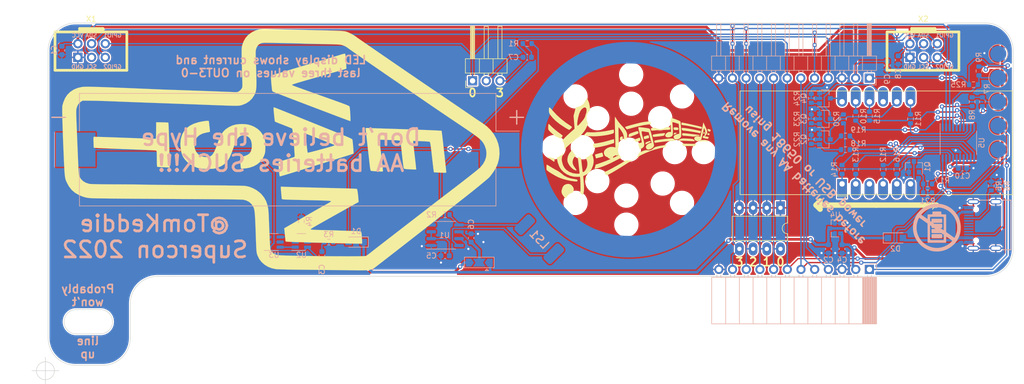
<source format=kicad_pcb>
(kicad_pcb (version 20211014) (generator pcbnew)
  (layers (0 "F.Cu" signal) (31 "B.Cu" signal) (34 "B.Paste" user) (35 "F.Paste" user) (36 "B.SilkS" user "B.Silkscreen") (37 "F.SilkS" user "F.Silkscreen") (38 "B.Mask" user) (39 "F.Mask" user) (44 "Edge.Cuts" user))
  (net 0 "")
  (net 1 "Net-(BT1-Pad2)")
  (net 2 "Net-(BT1-Pad1)")
  (net 3 "GND")
  (net 4 "VCC")
  (net 5 "+3V0")
  (net 6 "/~{RESET}")
  (net 7 "/OUT0")
  (net 8 "/OUT1")
  (net 9 "/IN0")
  (net 10 "/IN1")
  (net 11 "/IN2")
  (net 12 "/IN3")
  (net 13 "Net-(C3-Pad1)")
  (net 14 "Net-(C5-Pad1)")
  (net 15 "Net-(D2-Pad2)")
  (net 16 "Net-(U2-Pad1)")
  (net 17 "Net-(U2-Pad3)")
  (net 19 "Net-(J5-PadA5)")
  (net 20 "Net-(C7-Pad1)")
  (net 23 "Net-(J5-PadB5)")
  (net 25 "Net-(LS1-Pad1)")
  (net 26 "Net-(LS1-Pad2)")
  (net 27 "Net-(R1-Pad2)")
  (net 28 "Net-(R4-Pad1)")
  (net 29 "Net-(C6-Pad1)")
  (net 30 "Net-(R8-Pad2)")
  (net 31 "/~{STMRESET}")
  (net 32 "/~{STMBOOT0}")
  (net 33 "Net-(C7-Pad2)")
  (net 35 "/OUT2")
  (net 36 "/OUT3")
  (net 37 "Net-(R10-Pad2)")
  (net 38 "Net-(R11-Pad2)")
  (net 39 "Net-(R12-Pad2)")
  (net 40 "Net-(R13-Pad2)")
  (net 41 "Net-(R14-Pad2)")
  (net 42 "Net-(R15-Pad2)")
  (net 43 "Net-(R16-Pad2)")
  (net 47 "Net-(R10-Pad1)")
  (net 48 "Net-(R11-Pad1)")
  (net 49 "Net-(R12-Pad1)")
  (net 50 "Net-(R13-Pad1)")
  (net 51 "Net-(R14-Pad1)")
  (net 52 "Net-(Q1-Pad1)")
  (net 53 "/CC4")
  (net 54 "Net-(Q2-Pad1)")
  (net 55 "/CC3")
  (net 56 "Net-(Q3-Pad1)")
  (net 57 "/CC2")
  (net 58 "Net-(Q4-Pad1)")
  (net 59 "/CC1")
  (net 60 "/PB1")
  (net 61 "/PA7")
  (net 62 "/PA9")
  (net 63 "/PA10")
  (net 64 "Net-(R15-Pad1)")
  (net 65 "Net-(R16-Pad1)")
  (footprint "badge:Badgelife-SAOv169-BADGE-2x3" (layer "F.Cu") (at 112.14 99.06)
    (fp_text reference "X1")
    (fp_text value "Badgelife_sao_connector_v169bis")
  )
  (footprint "badge:Badgelife-SAOv169-BADGE-2x3" (layer "F.Cu") (at 266.537898 99.06)
    (fp_text reference "X2")
    (fp_text value "Badgelife_sao_connector_v169bis")
  )
  (footprint "badge:PinHeader_1x03_P2.54mm_Horizontal" (layer "F.Cu") (at 182.895 104.705 90)
    (fp_text reference "J1" hide)
    (fp_text value "Conn_01x03")
  )
  (footprint "badge:D5641CSR" (layer "F.Cu") (at 251.46 123.825 90)
    (fp_text reference "U6" hide)
    (fp_text value "D5641CSR")
  )
  (footprint "east-van-arrow:east-van-arrow-silk" (layer "F.Cu") (at 147.32 117.475 -90)
    (fp_text reference "G***" hide)
    (fp_text value "LOGO" hide)
  )
  (footprint "badge:DIP-8_W7.62mm_LongPads" (layer "F.Cu") (at 240.03 128.27 -90)
    (fp_text reference "SW1" hide)
    (fp_text value "SW_DIP_x04")
  )
  (footprint "badge:music" (layer "F.Cu") (at 210.164763 118.770608 -15)
    (fp_text reference "G***")
    (fp_text value "LOGO" hide)
  )
  (footprint "badge:R_0603_1608Metric" (layer "B.Cu") (at 261.62 121.158 -90)
    (fp_text reference "R16")
    (fp_text value "100")
  )
  (footprint "badge:TestPoint_Pad_D3.0mm" (layer "B.Cu") (at 280.435 99.695 180)
    (fp_text reference "TP5" hide)
    (fp_text value "TestPoint")
  )
  (footprint "badge:SPEAKER_36MM_8R" (layer "B.Cu") (at 211.8825 117.475 -135)
    (fp_text reference "LS1")
    (fp_text value "SPEAKER")
  )
  (footprint "badge:TestPoint_Pad_D3.0mm" (layer "B.Cu") (at 280.435 108.585 180)
    (fp_text reference "TP4" hide)
    (fp_text value "TestPoint")
  )
  (footprint "badge:R_0603_1608Metric" (layer "B.Cu") (at 275.844 105.41 180)
    (fp_text reference "R25")
    (fp_text value "0")
  )
  (footprint "badge:TestPoint_Pad_D3.0mm" (layer "B.Cu") (at 280.435 104.14 180)
    (fp_text reference "TP3" hide)
    (fp_text value "TestPoint")
  )
  (footprint "badge:R_0603_1608Metric" (layer "B.Cu") (at 276.86 102.87 -90)
    (fp_text reference "R9")
    (fp_text value "1k")
  )
  (footprint "badge:PinSocket_1x12_P2.54mm_Horizontal" (layer "B.Cu") (at 256.54 139.7 90)
    (fp_text reference "J2" hide)
    (fp_text value "io_connector")
  )
  (footprint "badge:C_0603_1608Metric" (layer "B.Cu") (at 154.94 137.16 -90)
    (fp_text reference "C3")
    (fp_text value "100nF,50V,X7R")
  )
  (footprint "badge:C_0603_1608Metric" (layer "B.Cu") (at 182.626 133.858 90)
    (fp_text reference "C6")
    (fp_text value "1uF,50V,X5R")
  )
  (footprint "badge:SOT-23" (layer "B.Cu") (at 264.795 120.65 90)
    (fp_text reference "Q1")
    (fp_text value "BSS138")
  )
  (footprint "badge:C_0603_1608Metric" (layer "B.Cu") (at 106.68 99.06 -90)
    (fp_text reference "C1")
    (fp_text value "1uF,50V,X5R")
  )
  (footprint "badge:R_0603_1608Metric" (layer "B.Cu") (at 177.8 129.54)
    (fp_text reference "R2")
    (fp_text value "10k")
  )
  (footprint "badge:R_0603_1608Metric" (layer "B.Cu") (at 254 111.252 90)
    (fp_text reference "R10")
    (fp_text value "100")
  )
  (footprint "badge:SOT-23" (layer "B.Cu") (at 250.19 132.08 180)
    (fp_text reference "U4")
    (fp_text value "MCP1700-3002E_SOT23")
  )
  (footprint "badge:SOT-23" (layer "B.Cu") (at 248.285 115.57)
    (fp_text reference "Q2")
    (fp_text value "BSS138")
  )
  (footprint "badge:R_0603_1608Metric" (layer "B.Cu") (at 252.095 117.475 180)
    (fp_text reference "R18")
    (fp_text value "0")
  )
  (footprint "badge:R_0603_1608Metric" (layer "B.Cu") (at 277.495 108.585 -90)
    (fp_text reference "R7")
    (fp_text value "10k")
  )
  (footprint "badge:R_0603_1608Metric" (layer "B.Cu") (at 245.745 107.95 -90)
    (fp_text reference "R24")
    (fp_text value "10k")
  )
  (footprint "badge:C_0603_1608Metric" (layer "B.Cu") (at 251.46 135.89 -90)
    (fp_text reference "C4")
    (fp_text value "1uF,50V,X5R")
  )
  (footprint "badge:R_0603_1608Metric" (layer "B.Cu") (at 256.54 111.252 90)
    (fp_text reference "R15")
    (fp_text value "100")
  )
  (footprint "badge:C_0603_1608Metric" (layer "B.Cu") (at 259.842 101.854 -90)
    (fp_text reference "C9")
    (fp_text value "1uF,50V,X5R")
  )
  (footprint "badge:C_0603_1608Metric" (layer "B.Cu") (at 177.8 137.16 180)
    (fp_text reference "C5")
    (fp_text value "1uF,50V,X5R")
  )
  (footprint "badge:C_0603_1608Metric" (layer "B.Cu") (at 261.874 100.838 -90)
    (fp_text reference "C8")
    (fp_text value "1uF,50V,X5R")
  )
  (footprint "badge:C_0603_1608Metric" (layer "B.Cu") (at 248.92 135.89 -90)
    (fp_text reference "C2")
    (fp_text value "1uF,50V,X5R")
  )
  (footprint "badge:TSSOP-20_4.4x6.5mm_P0.65mm" (layer "B.Cu") (at 273.05 116.205 -90)
    (fp_text reference "U5")
    (fp_text value "STM32F030F4Px")
  )
  (footprint "badge:R_0603_1608Metric" (layer "B.Cu") (at 245.745 111.76 -90)
    (fp_text reference "R23")
    (fp_text value "10k")
  )
  (footprint "badge:C_0603_1608Metric" (layer "B.Cu") (at 273.812 120.904)
    (fp_text reference "C10")
    (fp_text value "100nF,50V,X7R")
  )
  (footprint "badge:SO-8_3.9x4.9mm_P1.27mm" (layer "B.Cu") (at 177.8 133.35)
    (fp_text reference "U1")
    (fp_text value "NS8002")
  )
  (footprint "badge:SOT-23-6" (layer "B.Cu") (at 146.05 134.62)
    (fp_text reference "U3")
    (fp_text value "PM8205A")
  )
  (footprint "badge:Nexperia_CFP3_SOD-123W" (layer "B.Cu") (at 161.29 134.62 180)
    (fp_text reference "D1")
    (fp_text value "SM4007PL")
  )
  (footprint "badge:R_0603_1608Metric" (layer "B.Cu") (at 252.095 114.935 180)
    (fp_text reference "R19")
    (fp_text value "0")
  )
  (footprint "badge:R_0603_1608Metric" (layer "B.Cu") (at 251.714 111.76 90)
    (fp_text reference "R20")
    (fp_text value "0")
  )
  (footprint "badge:SOT-23-6" (layer "B.Cu") (at 151.13 134.62)
    (fp_text reference "U2")
    (fp_text value "DW01")
  )
  (footprint "badge:C_0603_1608Metric" (layer "B.Cu") (at 193.04 100.33)
    (fp_text reference "C7")
    (fp_text value "1uF,50V,X5R")
  )
  (footprint "badge:R_0603_1608Metric" (layer "B.Cu") (at 156.21 134.62 180)
    (fp_text reference "R3")
    (fp_text value "100")
  )
  (footprint "badge:R_0603_1608Metric" (layer "B.Cu") (at 254 121.158 -90)
    (fp_text reference "R13")
    (fp_text value "100")
  )
  (footprint "badge:R_0603_1608Metric" (layer "B.Cu") (at 267.335 125.476 180)
    (fp_text reference "R21")
    (fp_text value "10k")
  )
  (footprint "badge:SOT-23" (layer "B.Cu") (at 248.285 111.76)
    (fp_text reference "Q3")
    (fp_text value "BSS138")
  )
  (footprint "badge:R_0603_1608Metric" (layer "B.Cu") (at 245.745 115.57 -90)
    (fp_text reference "R22")
    (fp_text value "10k")
  )
  (footprint "badge:SOT-23" (layer "B.Cu") (at 248.285 107.95)
    (fp_text reference "Q4")
    (fp_text value "BSS138")
  )
  (footprint "badge:R_0603_1608Metric" (layer "B.Cu") (at 264.16 111.76 90)
    (fp_text reference "R11")
    (fp_text value "100")
  )
  (footprint "badge:R_0603_1608Metric" (layer "B.Cu") (at 280.67 124.206 90)
    (fp_text reference "R6")
    (fp_text value "5.1k")
  )
  (footprint "badge:SolderJumper-3_P2.0mm_Open_TrianglePad1.0x1.5mm" (layer "B.Cu") (at 184.15 138.43 180)
    (fp_text reference "JP1" hide)
    (fp_text value "JUMPER3")
  )
  (footprint "badge:TestPoint_Pad_D3.0mm" (layer "B.Cu") (at 280.435 113.03 180)
    (fp_text reference "TP1" hide)
    (fp_text value "TestPoint")
  )
  (footprint "badge:PinHeader_1x12_P2.54mm_Horizontal" (layer "B.Cu") (at 256.515 104.197 90)
    (fp_text reference "J4" hide)
    (fp_text value "io_connector")
  )
  (footprint "badge:R_0603_1608Metric" (layer "B.Cu") (at 275.59 108.585 -90)
    (fp_text reference "R8")
    (fp_text value "560")
  )
  (footprint "badge:BatteryHolder_Keystone_1042_1x18650" (layer "B.Cu") (at 148.59 117.475 180)
    (fp_text reference "BT1" hide)
    (fp_text value "Battery_Cell")
  )
  (footprint "badge:R_0603_1608Metric" (layer "B.Cu") (at 267.335 123.825 180)
    (fp_text reference "R17")
    (fp_text value "0")
  )
  (footprint "badge:R_0603_1608Metric" (layer "B.Cu") (at 259.08 121.158 -90)
    (fp_text reference "R12")
    (fp_text value "100")
  )
  (footprint "badge:TestPoint_Pad_D3.0mm" (layer "B.Cu") (at 280.435 117.475 180)
    (fp_text reference "TP2" hide)
    (fp_text value "TestPoint")
  )
  (footprint "badge:R_0603_1608Metric" (layer "B.Cu") (at 279.146 124.206 90)
    (fp_text reference "R5")
    (fp_text value "5.1k")
  )
  (footprint "badge:R_0603_1608Metric" (layer "B.Cu") (at 151.13 130.81 90)
    (fp_text reference "R4")
    (fp_text value "1k")
  )
  (footprint "badge:nobattery" (layer "B.Cu") (at 268.986 132.08 180)
    (fp_text reference "G***" hide)
    (fp_text value "LOGO" hide)
  )
  (footprint "badge:R_0603_1608Metric" (layer "B.Cu") (at 251.46 121.158 -90)
    (fp_text reference "R14")
    (fp_text value "100")
  )
  (footprint "badge:Nexperia_CFP3_SOD-123W" (layer "B.Cu") (at 261.366 133.858)
    (fp_text reference "D2")
    (fp_text value "SM4007PL")
  )
  (footprint "badge:USB_C_Receptacle_LCSC_C165948" (layer "B.Cu") (at 278.13 131.445 -90)
    (fp_text reference "J5" hide)
    (fp_text value "USB_C_Receptacle_USB2.0")
  )
  (footprint "badge:R_0603_1608Metric" (layer "B.Cu") (at 193.04 97.79)
    (fp_text reference "R1")
    (fp_text value "10k")
  )
  (gr_line (start 246.634 127.762) (end 257.81 127.762) (layer "F.SilkS") (width 1))
  (gr_line (start 247.396 128.524) (end 246.634 127.762) (layer "F.SilkS") (width 1))
  (gr_line (start 268.986 127.762) (end 268.224 128.524) (layer "F.SilkS") (width 0.15))
  (gr_line (start 246.634 127.762) (end 247.396 127) (layer "F.SilkS") (width 1))
  (gr_line (start 257.81 127.762) (end 268.986 127.762) (layer "F.SilkS") (width 1))
  (gr_line (start 113.8428 147.140917) (end 109.347 147.140917) (layer "Edge.Cuts") (width 0.1))
  (gr_arc (start 283.21 135.89) (mid 281.722102 139.482102) (end 278.13 140.97) (layer "Edge.Cuts") (width 0.1))
  (gr_line (start 127 140.97) (end 224.79 140.97) (layer "Edge.Cuts") (width 0.1))
  (gr_line (start 114.3 157.48) (end 109.22 157.48) (layer "Edge.Cuts") (width 0.1))
  (gr_arc (start 104.14 99.06) (mid 105.627898 95.467898) (end 109.22 93.98) (layer "Edge.Cuts") (width 0.1))
  (gr_line (start 124.46 140.97) (end 127 140.97) (layer "Edge.Cuts") (width 0.1))
  (gr_line (start 259.08 140.97) (end 269.457898 140.97) (layer "Edge.Cuts") (width 0.1))
  (gr_arc (start 119.38 146.05) (mid 120.867898 142.457898) (end 124.46 140.97) (layer "Edge.Cuts") (width 0.1))
  (gr_line (start 119.38 146.05) (end 119.38 152.4) (layer "Edge.Cuts") (width 0.1))
  (gr_line (start 269.457898 140.97) (end 278.13 140.97) (layer "Edge.Cuts") (width 0.1))
  (gr_line (start 259.08 93.98) (end 269.457898 93.98) (layer "Edge.Cuts") (width 0.1))
  (gr_line (start 259.08 93.98) (end 109.22 93.98) (layer "Edge.Cuts") (width 0.1))
  (gr_line (start 278.13 93.98) (end 269.457898 93.98) (layer "Edge.Cuts") (width 0.1))
  (gr_line (start 283.21 99.06) (end 283.21 135.89) (layer "Edge.Cuts") (width 0.1))
  (gr_line (start 113.8428 151.664683) (end 109.347 151.664683) (layer "Edge.Cuts") (width 0.1))
  (gr_arc (start 113.8428 147.140917) (mid 116.104683 149.4028) (end 113.8428 151.664683) (layer "Edge.Cuts") (width 0.1))
  (gr_arc (start 119.38 152.4) (mid 117.892102 155.992102) (end 114.3 157.48) (layer "Edge.Cuts") (width 0.1))
  (gr_arc (start 278.13 93.98) (mid 281.722102 95.467898) (end 283.21 99.06) (layer "Edge.Cuts") (width 0.1))
  (gr_arc (start 109.22 157.48) (mid 105.627898 155.992102) (end 104.14 152.4) (layer "Edge.Cuts") (width 0.1))
  (gr_line (start 251.46 140.97) (end 224.79 140.97) (layer "Edge.Cuts") (width 0.1))
  (gr_line (start 251.46 140.97) (end 259.08 140.97) (layer "Edge.Cuts") (width 0.1))
  (gr_line (start 104.14 99.06) (end 104.14 152.4) (layer "Edge.Cuts") (width 0.1))
  (gr_arc (start 109.347 151.664683) (mid 107.085117 149.4028) (end 109.347 147.140917) (layer "Edge.Cuts") (width 0.1))
  (gr_text "Remove any AA batteries before \nusing 18650 or USB power" (at 243.7384 121.4628 135) (layer "B.SilkS") (effects (font (size 1.5 1.5) (thickness 0.3)) (justify mirror)))
  (gr_text "LED display shows current and\nlast three values on OUT3-0" (at 145.4658 102.0318) (layer "B.SilkS") (effects (font (size 1.5 1.5) (thickness 0.3)) (justify mirror)))
  (gr_text "Probably\nwon't\n\n\nline\nup" (at 111.506 149.352) (layer "B.SilkS") (effects (font (size 1.5 1.5) (thickness 0.3)) (justify mirror)))
  (gr_text "Don't believe the Hype\nAA batteries SUCK!!!\n" (at 147.32 117.602) (layer "B.SilkS") (effects (font (size 3 3) (thickness 0.5)) (justify mirror)))
  (gr_text "@TomKeddie\nSupercon 2022" (at 123.952 133.604) (layer "B.SilkS") (effects (font (size 3 3) (thickness 0.5)) (justify mirror)))
  (gr_text "0" (at 240.03 138.3284) (layer "F.SilkS") (effects (font (size 1.5 1.5) (thickness 0.3))))
  (gr_text "3" (at 232.41 138.3284) (layer "F.SilkS") (effects (font (size 1.5 1.5) (thickness 0.3))))
  (gr_text "2" (at 234.95 138.3284) (layer "F.SilkS") (effects (font (size 1.5 1.5) (thickness 0.3))))
  (gr_text "0" (at 182.88 106.934) (layer "F.SilkS") (effects (font (size 1.5 1.5) (thickness 0.3))))
  (gr_text "1" (at 237.49 138.3284) (layer "F.SilkS") (effects (font (size 1.5 1.5) (thickness 0.3))))
  (gr_text "3" (at 187.96 106.934) (layer "F.SilkS") (effects (font (size 1.5 1.5) (thickness 0.3))))
  (target plus (at 103.632 158.496) (size 5) (width 0.1) (layer "Edge.Cuts"))
  (segment (start 145.296751 135.57) (end 144.9125 135.57) (width 0.25) (layer "B.Cu") (net 1))
  (segment (start 154.6325 137.935) (end 154.94 137.935) (width 0.25) (layer "B.Cu") (net 1))
  (segment (start 151.6425 136.195) (end 152.2675 135.57) (width 0.25) (layer "B.Cu") (net 1))
  (segment (start 141.859 117.475) (end 146.05 121.666) (width 0.25) (layer "B.Cu") (net 1))
  (segment (start 152.2675 135.57) (end 154.6325 137.935) (width 0.25) (layer "B.Cu") (net 1))
  (segment (start 144.9125 135.57) (end 145.5375 136.195) (width 0.25) (layer "B.Cu") (net 1))
  (segment (start 145.5375 136.195) (end 151.6425 136.195) (width 0.25) (layer "B.Cu") (net 1))
  (segment (start 109.26 117.475) (end 141.859 117.475) (width 0.25) (layer "B.Cu") (net 1))
  (segment (start 146.05 121.666) (end 146.05 134.816751) (width 0.25) (layer "B.Cu") (net 1))
  (segment (start 146.05 134.816751) (end 145.296751 135.57) (width 0.25) (layer "B.Cu") (net 1))
  (segment (start 178.816 117.348) (end 182.118 117.348) (width 0.25) (layer "F.Cu") (net 2))
  (via (at 178.816 117.348) (size 0.8) (drill 0.4) (layers "F.Cu" "B.Cu") (net 2))
  (via (at 182.118 117.348) (size 0.8) (drill 0.4) (layers "F.Cu" "B.Cu") (net 2))
  (segment (start 159.89 134.62) (end 159.89 119.764) (width 0.25) (layer "B.Cu") (net 2))
  (segment (start 162.052 117.602) (end 162.306 117.348) (width 0.25) (layer "B.Cu") (net 2))
  (segment (start 182.118 117.348) (end 182.245 117.475) (width 0.25) (layer "B.Cu") (net 2))
  (segment (start 159.89 119.764) (end 162.052 117.602) (width 0.25) (layer "B.Cu") (net 2))
  (segment (start 162.306 117.348) (end 178.816 117.348) (width 0.25) (layer "B.Cu") (net 2))
  (segment (start 182.245 117.475) (end 187.92 117.475) (width 0.25) (layer "B.Cu") (net 2))
  (segment (start 157.035 134.62) (end 159.89 134.62) (width 0.25) (layer "B.Cu") (net 2))
  (via (at 184.912 134.62) (size 0.8) (drill 0.4) (layers "F.Cu" "B.Cu") (net 3))
  (via (at 273.304 128.27) (size 0.8) (drill 0.4) (layers "F.Cu" "B.Cu") (net 3))
  (via (at 277.876 99.568) (size 0.8) (drill 0.4) (layers "F.Cu" "B.Cu") (net 3))
  (via (at 275.844 120.904) (size 0.8) (drill 0.4) (layers "F.Cu" "B.Cu") (net 3))
  (via (at 250.19 136.652) (size 0.8) (drill 0.4) (layers "F.Cu" "B.Cu") (net 3))
  (via (at 173.482 135.382) (size 0.8) (drill 0.4) (layers "F.Cu" "B.Cu") (net 3))
  (via (at 272.542 117.602) (size 0.8) (drill 0.4) (layers "F.Cu" "B.Cu") (net 3))
  (via (at 252.476 131.064) (size 0.8) (drill 0.4) (layers "F.Cu" "B.Cu") (net 3))
  (via (at 273.812 135.382) (size 0.8) (drill 0.4) (layers "F.Cu" "B.Cu") (net 3))
  (via (at 248.666 105.918) (size 0.8) (drill 0.4) (layers "F.Cu" "B.Cu") (net 3))
  (via (at 177.038 138.43) (size 0.8) (drill 0.4) (layers "F.Cu" "B.Cu") (net 3))
  (via (at 245.872 109.982) (size 0.8) (drill 0.4) (layers "F.Cu" "B.Cu") (net 3))
  (via (at 252.6425 136.636575) (size 0.8) (drill 0.4) (layers "F.Cu" "B.Cu") (net 3))
  (via (at 245.872 113.792) (size 0.8) (drill 0.4) (layers "F.Cu" "B.Cu") (net 3))
  (via (at 182.118 135.89) (size 0.8) (drill 0.4) (layers "F.Cu" "B.Cu") (net 3))
  (via (at 247.65 136.652) (size 0.8) (drill 0.4) (layers "F.Cu" "B.Cu") (net 3))
  (via (at 280.162 122.174) (size 0.8) (drill 0.4) (layers "F.Cu" "B.Cu") (net 3))
  (via (at 262.89 122.682) (size 0.8) (drill 0.4) (layers "F.Cu" "B.Cu") (net 3))
  (via (at 183.896 133.096) (size 0.8) (drill 0.4) (layers "F.Cu" "B.Cu") (net 3))
  (segment (start 180.651751 133.985) (end 182.118 135.451249) (width 0.25) (layer "B.Cu") (net 3))
  (segment (start 182.118 135.451249) (end 182.118 135.89) (width 0.25) (layer "B.Cu") (net 3))
  (segment (start 180.375 133.985) (end 180.651751 133.985) (width 0.25) (layer "B.Cu") (net 3))
  (segment (start 230.632 134.112) (end 245.618 134.112) (width 0.5) (layer "F.Cu") (net 4))
  (segment (start 230.378 134.366) (end 230.632 134.112) (width 0.5) (layer "F.Cu") (net 4))
  (via (at 245.618 134.112) (size 0.8) (drill 0.4) (layers "F.Cu" "B.Cu") (net 4))
  (via (at 230.378 134.366) (size 0.8) (drill 0.4) (layers "F.Cu" "B.Cu") (net 4))
  (segment (start 248.92 132.35) (end 249.19 132.08) (width 0.5) (layer "B.Cu") (net 4))
  (segment (start 186.15 138.43) (end 186.15 140.176) (width 0.5) (layer "B.Cu") (net 4))
  (segment (start 259.966 133.858) (end 253.746 133.858) (width 0.5) (layer "B.Cu") (net 4))
  (segment (start 248.92 135.115) (end 248.92 132.35) (width 0.5) (layer "B.Cu") (net 4))
  (segment (start 248.907 135.128) (end 248.92 135.115) (width 0.5) (layer "B.Cu") (net 4))
  (segment (start 253.746 133.858) (end 251.968 132.08) (width 0.5) (layer "B.Cu") (net 4))
  (segment (start 162.69 138.56) (end 164.338 140.208) (width 0.5) (layer "B.Cu") (net 4))
  (segment (start 164.338 140.208) (end 186.182 140.208) (width 0.5) (layer "B.Cu") (net 4))
  (segment (start 186.15 140.176) (end 186.182 140.208) (width 0.5) (layer "B.Cu") (net 4))
  (segment (start 245.618 134.112) (end 246.634 135.128) (width 0.5) (layer "B.Cu") (net 4))
  (segment (start 162.69 134.62) (end 162.69 138.56) (width 0.5) (layer "B.Cu") (net 4))
  (segment (start 224.536 140.208) (end 230.378 134.366) (width 0.5) (layer "B.Cu") (net 4))
  (segment (start 246.634 135.128) (end 248.907 135.128) (width 0.5) (layer "B.Cu") (net 4))
  (segment (start 251.968 132.08) (end 249.19 132.08) (width 0.5) (layer "B.Cu") (net 4))
  (segment (start 186.182 140.208) (end 224.536 140.208) (width 0.5) (layer "B.Cu") (net 4))
  (segment (start 255.778 137.668) (end 253.746 135.636) (width 0.5) (layer "F.Cu") (net 5))
  (segment (start 281.178 102.108) (end 281.178 110.236) (width 0.5) (layer "F.Cu") (net 5))
  (segment (start 104.902 137.668) (end 104.902 98.298) (width 0.5) (layer "F.Cu") (net 5))
  (segment (start 104.902 98.298) (end 108.458 94.742) (width 0.5) (layer "F.Cu") (net 5))
  (segment (start 180.594 139.192) (end 179.578 140.208) (width 0.5) (layer "F.Cu") (net 5))
  (segment (start 108.458 94.742) (end 109.728 94.742) (width 0.5) (layer "F.Cu") (net 5))
  (segment (start 226.314 94.742) (end 230.632 99.06) (width 0.5) (layer "F.Cu") (net 5))
  (segment (start 281.178 119.888) (end 272.288 119.888) (width 0.5) (layer "F.Cu") (net 5))
  (segment (start 264.16 94.742) (end 278.892 94.742) (width 0.5) (layer "F.Cu") (net 5))
  (segment (start 247.142 99.06) (end 251.46 94.742) (width 0.5) (layer "F.Cu") (net 5))
  (segment (start 251.46 94.742) (end 254 94.742) (width 0.5) (layer "F.Cu") (net 5))
  (segment (start 230.632 99.06) (end 247.142 99.06) (width 0.5) (layer "F.Cu") (net 5))
  (segment (start 281.178 97.028) (end 281.178 102.108) (width 0.5) (layer "F.Cu") (net 5))
  (segment (start 109.66 97.81) (end 109.66 94.81) (width 0.5) (layer "F.Cu") (net 5))
  (segment (start 278.638 102.108) (end 278.13 102.616) (width 0.25) (layer "F.Cu") (net 5))
  (segment (start 275.624447 112.233553) (end 277.622 110.236) (width 0.25) (layer "F.Cu") (net 5))
  (segment (start 281.5 126.731497) (end 281.5 136.584) (width 0.5) (layer "F.Cu") (net 5))
  (segment (start 264.057898 94.844102) (end 264.16 94.742) (width 0.5) (layer "F.Cu") (net 5))
  (segment (start 111.506 94.742) (end 226.314 94.742) (width 0.5) (layer "F.Cu") (net 5))
  (segment (start 253.975 104.197) (end 253.975 94.767) (width 0.5) (layer "F.Cu") (net 5))
  (segment (start 281.178 119.888) (end 281.178 126.409497) (width 0.5) (layer "F.Cu") (net 5))
  (segment (start 281.178 110.236) (end 277.622 110.236) (width 0.25) (layer "F.Cu") (net 5))
  (segment (start 109.728 94.742) (end 111.506 94.742) (width 0.5) (layer "F.Cu") (net 5))
  (segment (start 280.416 137.668) (end 255.778 137.668) (width 0.5) (layer "F.Cu") (net 5))
  (segment (start 109.66 94.81) (end 109.728 94.742) (width 0.5) (layer "F.Cu") (net 5))
  (segment (start 107.442 140.208) (end 104.902 137.668) (width 0.5) (layer "F.Cu") (net 5))
  (segment (start 253.975 94.767) (end 254 94.742) (width 0.5) (layer "F.Cu") (net 5))
  (segment (start 272.288 119.888) (end 271.526 120.65) (width 0.5) (layer "F.Cu") (net 5))
  (segment (start 264.057898 97.81) (end 264.057898 94.844102) (width 0.5) (layer "F.Cu") (net 5))
  (segment (start 272.758242 112.233553) (end 275.624447 112.233553) (width 0.25) (layer "F.Cu") (net 5))
  (segment (start 281.178 110.236) (end 281.178 119.888) (width 0.5) (layer "F.Cu") (net 5))
  (segment (start 281.178 102.108) (end 278.638 102.108) (width 0.25) (layer "F.Cu") (net 5))
  (segment (start 254 94.742) (end 264.16 94.742) (width 0.5) (layer "F.Cu") (net 5))
  (segment (start 278.892 94.742) (end 281.178 97.028) (width 0.5) (layer "F.Cu") (net 5))
  (segment (start 281.5 136.584) (end 280.416 137.668) (width 0.5) (layer "F.Cu") (net 5))
  (segment (start 179.578 140.208) (end 107.442 140.208) (width 0.5) (layer "F.Cu") (net 5))
  (segment (start 281.178 126.409497) (end 281.5 126.731497) (width 0.5) (layer "F.Cu") (net 5))
  (via (at 253.746 135.636) (size 0.8) (drill 0.4) (layers "F.Cu" "B.Cu") (net 5))
  (via (at 278.13 102.616) (size 0.8) (drill 0.4) (layers "F.Cu" "B.Cu") (net 5))
  (via (at 180.594 139.192) (size 0.8) (drill 0.4) (layers "F.Cu" "B.Cu") (net 5))
  (via (at 277.622 110.236) (size 0.8) (drill 0.4) (layers "F.Cu" "B.Cu") (net 5))
  (via (at 272.758242 112.233553) (size 0.8) (drill 0.4) (layers "F.Cu" "B.Cu") (net 5))
  (via (at 271.526 120.65) (size 0.8) (drill 0.4) (layers "F.Cu" "B.Cu") (net 5))
  (segment (start 277.813 102.045) (end 276.86 102.045) (width 0.25) (layer "B.Cu") (net 5))
  (segment (start 261.874 99.993898) (end 264.057898 97.81) (width 0.25) (layer "B.Cu") (net 5))
  (segment (start 106.68 98.285) (end 107.155 97.81) (width 0.25) (layer "B.Cu") (net 5))
  (segment (start 254.775 101.079) (end 259.842 101.079) (width 0.25) (layer "B.Cu") (net 5))
  (segment (start 252.717 135.115) (end 251.46 135.115) (width 0.5) (layer "B.Cu") (net 5))
  (segment (start 272.725 113.3425) (end 272.725 112.266795) (width 0.25) (layer "B.Cu") (net 5))
  (segment (start 253.492 139.192) (end 253.492 135.89) (width 0.5) (layer "B.Cu") (net 5))
  (segment (start 261.874 100.063) (end 261.874 99.993898) (width 0.25) (layer "B.Cu") (net 5))
  (segment (start 107.155 97.81) (end 109.66 97.81) (width 0.25) (layer "B.Cu") (net 5))
  (segment (start 182.15 138.43) (end 181.356 138.43) (width 0.5) (layer "B.Cu") (net 5))
  (segment (start 272.725 119.0675) (end 272.725 120.592) (width 0.25) (layer "B.Cu") (net 5))
  (segment (start 278.13 102.362) (end 277.813 102.045) (width 0.25) (layer "B.Cu") (net 5))
  (segment (start 251.46 133.3) (end 251.19 133.03) (width 0.5) (layer "B.Cu") (net 5))
  (segment (start 271.526 120.65) (end 272.783 120.65) (width 0.25) (layer "B.Cu") (net 5))
  (segment (start 278.13 102.616) (end 278.13 102.362) (width 0.25) (layer "B.Cu") (net 5))
  (segment (start 254 139.7) (end 253.492 139.192) (width 0.5) (layer "B.Cu") (net 5))
  (segment (start 277.622 110.236) (end 277.495 110.109) (width 0.25) (layer "B.Cu") (net 5))
  (segment (start 277.495 110.109) (end 277.495 109.41) (width 0.25) (layer "B.Cu") (net 5))
  (segment (start 181.356 138.43) (end 180.594 139.192) (width 0.5) (layer "B.Cu") (net 5))
  (segment (start 272.783 120.65) (end 273.037 120.904) (width 0.25) (layer "B.Cu") (net 5))
  (segment (start 251.46 135.115) (end 251.46 133.3) (width 0.5) (layer "B.Cu") (net 5))
  (segment (start 272.725 120.592) (end 273.037 120.904) (width 0.25) (layer "B.Cu") (net 5))
  (segment (start 272.725 112.266795) (end 272.758242 112.233553) (width 0.25) (layer "B.Cu") (net 5))
  (segment (start 253.492 135.89) (end 252.717 135.115) (width 0.5) (layer "B.Cu") (net 5))
  (segment (start 253.975 101.879) (end 254.775 101.079) (width 0.25) (layer "B.Cu") (net 5))
  (segment (start 253.975 104.197) (end 253.975 101.879) (width 0.25) (layer "B.Cu") (net 5))
  (segment (start 282.194 101.854) (end 281.94 102.108) (width 0.25) (layer "F.Cu") (net 6))
  (segment (start 270.002 104.14) (end 272.288 104.14) (width 0.25) (layer "F.Cu") (net 6))
  (segment (start 281.94 120.323925) (end 282.0275 120.411425) (width 0.25) (layer "F.Cu") (net 6))
  (segment (start 281.94 102.108) (end 281.94 120.323925) (width 0.25) (layer "F.Cu") (net 6))
  (via (at 270.002 104.14) (size 0.8) (drill 0.4) (layers "F.Cu" "B.Cu") (net 6))
  (via (at 272.288 104.14) (size 0.8) (drill 0.4) (layers "F.Cu" "B.Cu") (net 6))
  (via (at 282.194 101.854) (size 0.8) (drill 0.4) (layers "F.Cu" "B.Cu") (net 6))
  (via (at 282.0275 120.411425) (size 0.8) (drill 0.4) (layers "F.Cu" "B.Cu") (net 6))
  (segment (start 282.0275 137.0725) (end 282.0275 120.411425) (width 0.25) (layer "B.Cu") (net 6))
  (segment (start 275.019 101.917) (end 275.019 105.41) (width 0.25) (layer "B.Cu") (net 6))
  (segment (start 279.4 139.7) (end 282.0275 137.0725) (width 0.25) (layer "B.Cu") (net 6))
  (segment (start 277.622 100.838) (end 276.098 100.838) (width 0.25) (layer "B.Cu") (net 6))
  (segment (start 256.54 139.7) (end 279.4 139.7) (width 0.25) (layer "B.Cu") (net 6))
  (segment (start 269.945 104.197) (end 270.002 104.14) (width 0.25) (layer "B.Cu") (net 6))
  (segment (start 256.515 104.197) (end 269.945 104.197) (width 0.25) (layer "B.Cu") (net 6))
  (segment (start 272.288 104.14) (end 273.749 104.14) (width 0.25) (layer "B.Cu") (net 6))
  (segment (start 273.749 104.14) (end 275.019 105.41) (width 0.25) (layer "B.Cu") (net 6))
  (segment (start 282.194 101.854) (end 278.638 101.854) (width 0.25) (layer "B.Cu") (net 6))
  (segment (start 276.098 100.838) (end 275.019 101.917) (width 0.25) (layer "B.Cu") (net 6))
  (segment (start 278.638 101.854) (end 277.622 100.838) (width 0.25) (layer "B.Cu") (net 6))
  (segment (start 267.786498 101.021502) (end 267.786498 99.1614) (width 0.25) (layer "F.Cu") (net 7))
  (segment (start 267.716 101.092) (end 267.786498 101.021502) (width 0.25) (layer "F.Cu") (net 7))
  (segment (start 267.786498 99.1614) (end 269.137898 97.81) (width 0.25) (layer "F.Cu") (net 7))
  (segment (start 267.716 102.362) (end 267.716 101.092) (width 0.25) (layer "F.Cu") (net 7))
  (via (at 267.716 102.362) (size 0.8) (drill 0.4) (layers "F.Cu" "B.Cu") (net 7))
  (segment (start 186.191501 96.540499) (end 248.432499 96.540499) (width 0.25) (layer "B.Cu") (net 7))
  (segment (start 249.078001 97.186001) (end 262.614287 97.186001) (width 0.25) (layer "B.Cu") (net 7))
  (segment (start 267.593898 96.266) (end 269.137898 97.81) (width 0.25) (layer "B.Cu") (net 7))
  (segment (start 180.868 97.81) (end 182.895 99.837) (width 0.25) (layer "B.Cu") (net 7))
  (segment (start 263.534288 96.266) (end 267.593898 96.266) (width 0.25) (layer "B.Cu") (net 7))
  (segment (start 248.882 96.99) (end 249.078001 97.186001) (width 0.25) (layer "B.Cu") (net 7))
  (segment (start 245.872 105.41) (end 244.856 106.426) (width 0.25) (layer "B.Cu") (net 7))
  (segment (start 270.775 113.3425) (end 270.775 102.881) (width 0.25) (layer "B.Cu") (net 7))
  (segment (start 270.256 102.362) (end 267.716 102.362) (width 0.25) (layer "B.Cu") (net 7))
  (segment (start 262.614287 97.186001) (end 263.534288 96.266) (width 0.25) (layer "B.Cu") (net 7))
  (segment (start 182.895 99.837) (end 182.895 104.705) (width 0.25) (layer "B.Cu") (net 7))
  (segment (start 248.895 104.197) (end 247.682 105.41) (width 0.25) (layer "B.Cu") (net 7))
  (segment (start 182.895 99.837) (end 186.191501 96.540499) (width 0.25) (layer "B.Cu") (net 7))
  (segment (start 270.775 102.881) (end 270.256 102.362) (width 0.25) (layer "B.Cu") (net 7))
  (segment (start 244.856 106.426) (end 244.856 135.636) (width 0.25) (layer "B.Cu") (net 7))
  (segment (start 248.432499 96.540499) (end 248.882 96.99) (width 0.25) (layer "B.Cu") (net 7))
  (segment (start 248.895 97.003) (end 248.882 96.99) (width 0.25) (layer "B.Cu") (net 7))
  (segment (start 248.895 104.197) (end 248.895 97.003) (width 0.25) (layer "B.Cu") (net 7))
  (segment (start 244.856 135.636) (end 248.92 139.7) (width 0.25) (layer "B.Cu") (net 7))
  (segment (start 114.74 97.81) (end 180.868 97.81) (width 0.25) (layer "B.Cu") (net 7))
  (segment (start 247.682 105.41) (end 245.872 105.41) (width 0.25) (layer "B.Cu") (net 7))
  (segment (start 246.38 98.044) (end 246.38 95.758) (width 0.25) (layer "F.Cu") (net 8))
  (segment (start 270.022 100.35) (end 269.137898 100.35) (width 0.25) (layer "F.Cu") (net 8))
  (segment (start 271.272 101.6) (end 270.022 100.35) (width 0.25) (layer "F.Cu") (net 8))
  (via (at 246.38 95.758) (size 0.8) (drill 0.4) (layers "F.Cu" "B.Cu") (net 8))
  (via (at 246.38 98.044) (size 0.8) (drill 0.4) (layers "F.Cu" "B.Cu") (net 8))
  (via (at 271.272 101.6) (size 0.8) (drill 0.4) (layers "F.Cu" "B.Cu") (net 8))
  (segment (start 262.03919 96.7365) (end 263.01769 95.758) (width 0.25) (layer "B.Cu") (net 8))
  (segment (start 261.319902 96.7365) (end 262.03919 96.7365) (width 0.25) (layer "B.Cu") (net 8))
  (segment (start 113.538 97.331065) (end 114.810967 96.058098) (width 0.25) (layer "B.Cu") (net 8))
  (segment (start 114.74 100.35) (end 113.538 99.148) (width 0.25) (layer "B.Cu") (net 8))
  (segment (start 270.51 97.028) (end 270.51 98.977898) (width 0.25) (layer "B.Cu") (net 8))
  (segment (start 271.425 101.753) (end 271.272 101.6) (width 0.25) (layer "B.Cu") (net 8))
  (segment (start 271.425 113.3425) (end 271.425 101.753) (width 0.25) (layer "B.Cu") (net 8))
  (segment (start 246.355 98.069) (end 246.38 98.044) (width 0.25) (layer "B.Cu") (net 8))
  (segment (start 270.51 98.977898) (end 269.137898 100.35) (width 0.25) (layer "B.Cu") (net 8))
  (segment (start 260.6415 96.058098) (end 261.319902 96.7365) (width 0.25) (layer "B.Cu") (net 8))
  (segment (start 269.24 95.758) (end 270.51 97.028) (width 0.25) (layer "B.Cu") (net 8))
  (segment (start 244.406499 106.145501) (end 246.355 104.197) (width 0.25) (layer "B.Cu") (net 8))
  (segment (start 114.810967 96.058098) (end 260.6415 96.058098) (width 0.25) (layer "B.Cu") (net 8))
  (segment (start 244.406499 137.726499) (end 244.406499 106.145501) (width 0.25) (layer "B.Cu") (net 8))
  (segment (start 246.355 104.197) (end 246.355 98.069) (width 0.25) (layer "B.Cu") (net 8))
  (segment (start 246.38 139.7) (end 244.406499 137.726499) (width 0.25) (layer "B.Cu") (net 8))
  (segment (start 263.01769 95.758) (end 269.24 95.758) (width 0.25) (layer "B.Cu") (net 8))
  (segment (start 113.538 99.148) (end 113.538 97.331065) (width 0.25) (layer "B.Cu") (net 8))
  (segment (start 240.02 135.875) (end 238.775 135.875) (width 0.25) (layer "B.Cu") (net 9))
  (segment (start 238.76 139.7) (end 238.76 135.89) (width 0.25) (layer "B.Cu") (net 9))
  (segment (start 238.76 104.222) (end 238.735 104.197) (width 0.25) (layer "B.Cu") (net 9))
  (segment (start 238.775 135.875) (end 238.76 135.89) (width 0.25) (layer "B.Cu") (net 9))
  (segment (start 238.76 135.89) (end 238.76 104.222) (width 0.25) (layer "B.Cu") (net 9))
  (segment (start 236.235 135.875) (end 236.195 135.915) (width 0.25) (layer "B.Cu") (net 10))
  (segment (start 236.195 139.675) (end 236.22 139.7) (width 0.25) (layer "B.Cu") (net 10))
  (segment (start 237.48 135.875) (end 236.235 135.875) (width 0.25) (layer "B.Cu") (net 10))
  (segment (start 236.195 135.915) (end 236.195 139.675) (width 0.25) (layer "B.Cu") (net 10))
  (segment (start 236.195 104.197) (end 236.195 135.915) (width 0.25) (layer "B.Cu") (net 10))
  (segment (start 233.68 97.79) (end 233.68 94.996) (width 0.25) (layer "F.Cu") (net 11))
  (segment (start 261.62 97.053037) (end 263.565563 98.9986) (width 0.25) (layer "F.Cu") (net 11))
  (segment (start 265.409298 98.9986) (end 266.597898 97.81) (width 0.25) (layer "F.Cu") (net 11))
  (segment (start 261.62 96.012) (end 261.62 97.053037) (width 0.25) (layer "F.Cu") (net 11))
  (segment (start 263.565563 98.9986) (end 265.409298 98.9986) (width 0.25) (layer "F.Cu") (net 11))
  (via (at 233.68 97.79) (size 0.8) (drill 0.4) (layers "F.Cu" "B.Cu") (net 11))
  (via (at 233.68 94.996) (size 0.8) (drill 0.4) (layers "F.Cu" "B.Cu") (net 11))
  (via (at 261.62 96.012) (size 0.8) (drill 0.4) (layers "F.Cu" "B.Cu") (net 11))
  (segment (start 112.2 97.81) (end 114.7975 95.2125) (width 0.25) (layer "B.Cu") (net 11))
  (segment (start 261.366 94.996) (end 261.366 95.758) (width 0.25) (layer "B.Cu") (net 11))
  (segment (start 114.7975 95.2125) (end 231.440098 95.2125) (width 0.25) (layer "B.Cu") (net 11))
  (segment (start 233.695 135.875) (end 233.68 135.89) (width 0.25) (layer "B.Cu") (net 11))
  (segment (start 231.656598 94.996) (end 261.366 94.996) (width 0.25) (layer "B.Cu") (net 11))
  (segment (start 233.68 135.89) (end 233.68 104.222) (width 0.25) (layer "B.Cu") (net 11))
  (segment (start 233.68 139.7) (end 233.68 135.89) (width 0.25) (layer "B.Cu") (net 11))
  (segment (start 233.68 104.222) (end 233.655 104.197) (width 0.25) (layer "B.Cu") (net 11))
  (segment (start 231.440098 95.2125) (end 231.656598 94.996) (width 0.25) (layer "B.Cu") (net 11))
  (segment (start 233.655 97.815) (end 233.68 97.79) (width 0.25) (layer "B.Cu") (net 11))
  (segment (start 261.366 95.758) (end 261.62 96.012) (width 0.25) (layer "B.Cu") (net 11))
  (segment (start 234.94 135.875) (end 233.695 135.875) (width 0.25) (layer "B.Cu") (net 11))
  (segment (start 233.655 104.197) (end 233.655 97.815) (width 0.25) (layer "B.Cu") (net 11))
  (segment (start 231.14 97.79) (end 231.14 94.488) (width 0.25) (layer "F.Cu") (net 12))
  (via (at 231.14 94.488) (size 0.8) (drill 0.4) (layers "F.Cu" "B.Cu") (net 12))
  (via (at 231.14 97.79) (size 0.8) (drill 0.4) (layers "F.Cu" "B.Cu") (net 12))
  (segment (start 231.275 134.75) (end 231.275 124.071) (width 0.25) (layer "B.Cu") (net 12))
  (segment (start 232.4 135.875) (end 231.275 134.75) (width 0.25) (layer "B.Cu") (net 12))
  (segment (start 231.14 139.7) (end 231.14 137.135) (width 0.25) (layer "B.Cu") (net 12))
  (segment (start 110.998 96.266) (end 113.03 94.234) (width 0.25) (layer "B.Cu") (net 12))
  (segment (start 110.998 99.148) (end 110.998 96.266) (width 0.25) (layer "B.Cu") (net 12))
  (segment (start 270.0634 101.5386) (end 267.786498 101.5386) (width 0.25) (layer "B.Cu") (net 12))
  (segment (start 267.786498 101.5386) (end 266.597898 100.35) (width 0.25) (layer "B.Cu") (net 12))
  (segment (start 232.238603 123.107397) (end 232.238603 105.320603) (width 0.25) (layer "B.Cu") (net 12))
  (segment (start 271.018 100.584) (end 270.0634 101.5386) (width 0.25) (layer "B.Cu") (net 12))
  (segment (start 232.238603 105.320603) (end 231.115 104.197) (width 0.25) (layer "B.Cu") (net 12))
  (segment (start 112.2 100.35) (end 110.998 99.148) (width 0.25) (layer "B.Cu") (net 12))
  (segment (start 231.14 137.135) (end 232.4 135.875) (width 0.25) (layer "B.Cu") (net 12))
  (segment (start 231.115 97.815) (end 231.14 97.79) (width 0.25) (layer "B.Cu") (net 12))
  (segment (start 231.275 124.071) (end 232.238603 123.107397) (width 0.25) (layer "B.Cu") (net 12))
  (segment (start 113.03 94.234) (end 270.256 94.234) (width 0.25) (layer "B.Cu") (net 12))
  (segment (start 231.115 104.197) (end 231.115 97.815) (width 0.25) (layer "B.Cu") (net 12))
  (segment (start 271.018 94.996) (end 271.018 100.584) (width 0.25) (layer "B.Cu") (net 12))
  (segment (start 270.256 94.234) (end 271.018 94.996) (width 0.25) (layer "B.Cu") (net 12))
  (segment (start 152.2675 134.62) (end 155.385 134.62) (width 0.25) (layer "B.Cu") (net 13))
  (segment (start 154.94 136.385) (end 154.94 135.065) (width 0.25) (layer "B.Cu") (net 13))
  (segment (start 154.94 135.065) (end 155.385 134.62) (width 0.25) (layer "B.Cu") (net 13))
  (segment (start 175.225 132.715) (end 175.225 133.985) (width 0.25) (layer "B.Cu") (net 14))
  (segment (start 178.562 137.045249) (end 178.562 134.62) (width 0.25) (layer "B.Cu") (net 14))
  (segment (start 178.575 137.058249) (end 178.562 137.045249) (width 0.25) (layer "B.Cu") (net 14))
  (segment (start 178.562 134.62) (end 177.927 133.985) (width 0.25) (layer "B.Cu") (net 14))
  (segment (start 178.575 137.16) (end 178.575 137.058249) (width 0.25) (layer "B.Cu") (net 14))
  (segment (start 177.927 133.985) (end 175.225 133.985) (width 0.25) (layer "B.Cu") (net 14))
  (segment (start 273.187 133.995) (end 273.05 133.858) (width 0.25) (layer "B.Cu") (net 15))
  (segment (start 273.05 129.54) (end 273.304 129.286) (width 0.5) (layer "B.Cu") (net 15))
  (segment (start 274.98 129.195) (end 273.395 129.195) (width 0.25) (layer "B.Cu") (net 15))
  (segment (start 274.98 128.895) (end 273.695 128.895) (width 0.25) (layer "B.Cu") (net 15))
  (segment (start 263.183 134.275) (end 262.766 133.858) (width 0.5) (layer "B.Cu") (net 15))
  (segment (start 273.05 133.858) (end 272.633 134.275) (width 0.5) (layer "B.Cu") (net 15))
  (segment (start 274.98 133.695) (end 273.213 133.695) (width 0.25) (layer "B.Cu") (net 15))
  (segment (start 273.213 133.695) (end 273.05 133.858) (width 0.25) (layer "B.Cu") (net 15))
  (segment (start 273.05 133.858) (end 273.05 129.54) (width 0.5) (layer "B.Cu") (net 15))
  (segment (start 274.98 133.995) (end 273.187 133.995) (width 0.25) (layer "B.Cu") (net 15))
  (segment (start 272.633 134.275) (end 263.183 134.275) (width 0.5) (layer "B.Cu") (net 15))
  (segment (start 273.395 129.195) (end 273.304 129.286) (width 0.25) (layer "B.Cu") (net 15))
  (segment (start 273.695 128.895) (end 273.395 129.195) (width 0.25) (layer "B.Cu") (net 15))
  (segment (start 149.9925 135.57) (end 147.1875 135.57) (width 0.25) (layer "B.Cu") (net 16))
  (segment (start 147.1875 133.67) (end 149.9925 133.67) (width 0.25) (layer "B.Cu") (net 17))
  (segment (start 276.967 130.195) (end 274.98 130.195) (width 0.25) (layer "B.Cu") (net 19))
  (segment (start 279.146 125.031) (end 278.625 125.552) (width 0.25) (layer "B.Cu") (net 19))
  (segment (start 278.625 128.537) (end 276.967 130.195) (width 0.25) (layer "B.Cu") (net 19))
  (segment (start 278.625 125.552) (end 278.625 128.537) (width 0.25) (layer "B.Cu") (net 19))
  (segment (start 192.265 100.33) (end 189.81 100.33) (width 0.25) (layer "B.Cu") (net 20))
  (segment (start 189.81 100.33) (end 185.435 104.705) (width 0.25) (layer "B.Cu") (net 20))
  (segment (start 279.809 133.195) (end 274.98 133.195) (width 0.25) (layer "B.Cu") (net 23))
  (segment (start 281.375 131.629) (end 279.809 133.195) (width 0.25) (layer "B.Cu") (net 23))
  (segment (start 281.375 125.736) (end 281.375 131.629) (width 0.25) (layer "B.Cu") (net 23))
  (segment (start 280.67 125.031) (end 281.375 125.736) (width 0.25) (layer "B.Cu") (net 23))
  (segment (start 178.625 129.695) (end 180.375 131.445) (width 0.25) (layer "B.Cu") (net 25))
  (segment (start 178.625 129.54) (end 178.625 129.695) (width 0.25) (layer "B.Cu") (net 25))
  (segment (start 192.524346 131.445) (end 192.574949 131.394397) (width 0.25) (layer "B.Cu") (net 25))
  (segment (start 180.375 131.445) (end 192.524346 131.445) (width 0.25) (layer "B.Cu") (net 25))
  (segment (start 179.324 132.08) (end 188.722 132.08) (width 0.25) (layer "B.Cu") (net 26))
  (segment (start 179.175 132.229) (end 179.324 132.08) (width 0.25) (layer "B.Cu") (net 26))
  (segment (start 180.098249 135.255) (end 179.175 134.331751) (width 0.25) (layer "B.Cu") (net 26))
  (segment (start 197.839654 136.906) (end 197.963103 136.782551) (width 0.25) (layer "B.Cu") (net 26))
  (segment (start 188.722 132.08) (end 193.548 136.906) (width 0.25) (layer "B.Cu") (net 26))
  (segment (start 193.548 136.906) (end 197.839654 136.906) (width 0.25) (layer "B.Cu") (net 26))
  (segment (start 180.375 135.255) (end 180.098249 135.255) (width 0.25) (layer "B.Cu") (net 26))
  (segment (start 179.175 134.331751) (end 179.175 132.229) (width 0.25) (layer "B.Cu") (net 26))
  (segment (start 176.975 129.54) (end 176.975 129.695) (width 0.25) (layer "B.Cu") (net 27))
  (segment (start 176.975 120.925) (end 195.072 102.828) (width 0.25) (layer "B.Cu") (net 27))
  (segment (start 195.072 102.828) (end 195.072 98.806) (width 0.25) (layer "B.Cu") (net 27))
  (segment (start 194.056 97.79) (end 193.865 97.79) (width 0.25) (layer "B.Cu") (net 27))
  (segment (start 176.975 129.695) (end 175.225 131.445) (width 0.25) (layer "B.Cu") (net 27))
  (segment (start 176.975 129.54) (end 176.975 120.925) (width 0.25) (layer "B.Cu") (net 27))
  (segment (start 195.072 98.806) (end 194.056 97.79) (width 0.25) (layer "B.Cu") (net 27))
  (segment (start 149.9925 134.62) (end 150.376751 134.62) (width 0.25) (layer "B.Cu") (net 28))
  (segment (start 151.13 133.866751) (end 151.13 131.635) (width 0.25) (layer "B.Cu") (net 28))
  (segment (start 150.376751 134.62) (end 151.13 133.866751) (width 0.25) (layer "B.Cu") (net 28))
  (segment (start 180.651751 132.715) (end 182.569751 134.633) (width 0.25) (layer "B.Cu") (net 29))
  (segment (start 182.569751 134.633) (end 182.626 134.633) (width 0.25) (layer "B.Cu") (net 29))
  (segment (start 184.15 138.43) (end 184.15 136.157) (width 0.5) (layer "B.Cu") (net 29))
  (segment (start 180.375 132.715) (end 180.651751 132.715) (width 0.25) (layer "B.Cu") (net 29))
  (segment (start 184.15 136.157) (end 182.626 134.633) (width 0.5) (layer "B.Cu") (net 29))
  (segment (start 272.47799 109.474) (end 272.795987 109.156003) (width 0.25) (layer "F.Cu") (net 30))
  (segment (start 270.002 109.474) (end 272.47799 109.474) (width 0.25) (layer "F.Cu") (net 30))
  (via (at 272.795987 109.156003) (size 0.8) (drill 0.4) (layers "F.Cu" "B.Cu") (net 30))
  (via (at 270.002 109.474) (size 0.8) (drill 0.4) (layers "F.Cu" "B.Cu") (net 30))
  (segment (start 270.002 109.474) (end 270.125 109.597) (width 0.25) (layer "B.Cu") (net 30))
  (segment (start 273.049984 109.41) (end 272.795987 109.156003) (width 0.25) (layer "B.Cu") (net 30))
  (segment (start 275.59 109.41) (end 273.049984 109.41) (width 0.25) (layer "B.Cu") (net 30))
  (segment (start 270.125 109.597) (end 270.125 113.3425) (width 0.25) (layer "B.Cu") (net 30))
  (segment (start 272.075 113.3425) (end 272.033742 113.301242) (width 0.25) (layer "B.Cu") (net 31))
  (segment (start 280.435 104.14) (end 277.305 104.14) (width 0.25) (layer "B.Cu") (net 31))
  (segment (start 272.033742 113.301242) (end 272.033742 108.204258) (width 0.25) (layer "B.Cu") (net 31))
  (segment (start 273.558 106.68) (end 275.399 106.68) (width 0.25) (layer "B.Cu") (net 31))
  (segment (start 272.033742 108.204258) (end 273.558 106.68) (width 0.25) (layer "B.Cu") (net 31))
  (segment (start 276.86 103.695) (end 276.86 105.219) (width 0.25) (layer "B.Cu") (net 31))
  (segment (start 275.399 106.68) (end 276.669 105.41) (width 0.25) (layer "B.Cu") (net 31))
  (segment (start 277.305 104.14) (end 276.86 103.695) (width 0.25) (layer "B.Cu") (net 31))
  (segment (start 276.86 105.219) (end 276.669 105.41) (width 0.25) (layer "B.Cu") (net 31))
  (segment (start 280.435 108.585) (end 278.32 108.585) (width 0.25) (layer "B.Cu") (net 32))
  (segment (start 278.32 108.585) (end 277.495 107.76) (width 0.25) (layer "B.Cu") (net 32))
  (segment (start 277.495 107.76) (end 275.59 107.76) (width 0.25) (layer "B.Cu") (net 32))
  (segment (start 193.815 99.39) (end 193.815 100.33) (width 0.25) (layer "B.Cu") (net 33))
  (segment (start 192.215 97.79) (end 193.815 99.39) (width 0.25) (layer "B.Cu") (net 33))
  (segment (start 255.016 138.43) (end 245.11 138.43) (width 0.25) (layer "F.Cu") (net 35))
  (segment (start 245.11 138.43) (end 243.84 139.7) (width 0.25) (layer "F.Cu") (net 35))
  (via (at 255.016 138.43) (size 0.8) (drill 0.4) (layers "F.Cu" "B.Cu") (net 35))
  (segment (start 257.81 138.43) (end 255.016 138.43) (width 0.25) (layer "B.Cu") (net 35))
  (segment (start 280.435 119.59632) (end 275.317168 124.714152) (width 0.25) (layer "B.Cu") (net 35))
  (segment (start 261.62 134.62) (end 257.81 138.43) (width 0.25) (layer "B.Cu") (net 35))
  (segment (start 243.84 139.7) (end 243.84 104.222) (width 0.25) (layer "B.Cu") (net 35))
  (segment (start 261.62 132.842) (end 261.62 134.62) (width 0.25) (layer "B.Cu") (net 35))
  (segment (start 270.775 124.714152) (end 270.775 119.0675) (width 0.25) (layer "B.Cu") (net 35))
  (segment (start 280.435 117.475) (end 280.435 119.59632) (width 0.25) (layer "B.Cu") (net 35))
  (segment (start 270.775 124.714152) (end 263.155152 132.334) (width 0.25) (layer "B.Cu") (net 35))
  (segment (start 263.155152 132.334) (end 262.128 132.334) (width 0.25) (layer "B.Cu") (net 35))
  (segment (start 275.317168 124.714152) (end 270.775 124.714152) (width 0.25) (layer "B.Cu") (net 35))
  (segment (start 262.128 132.334) (end 261.62 132.842) (width 0.25) (layer "B.Cu") (net 35))
  (segment (start 243.84 104.222) (end 243.815 104.197) (width 0.25) (layer "B.Cu") (net 35))
  (segment (start 271.018 125.476) (end 269.748 124.206) (width 0.25) (layer "F.Cu") (net 36))
  (segment (start 243.310172 137.689828) (end 254.3415 137.689828) (width 0.25) (layer "F.Cu") (net 36))
  (segment (start 271.272 125.476) (end 271.018 125.476) (width 0.25) (layer "F.Cu") (net 36))
  (segment (start 241.3 139.7) (end 243.310172 137.689828) (width 0.25) (layer "F.Cu") (net 36))
  (via (at 269.748 124.206) (size 0.8) (drill 0.4) (layers "F.Cu" "B.Cu") (net 36))
  (via (at 254.3415 137.689828) (size 0.8) (drill 0.4) (layers "F.Cu" "B.Cu") (net 36))
  (via (at 271.272 125.476) (size 0.8) (drill 0.4) (layers "F.Cu" "B.Cu") (net 36))
  (segment (start 187.975 104.705) (end 189.177081 104.705) (width 0.25) (layer "B.Cu") (net 36))
  (segment (start 193.04 100.842081) (end 193.04 99.822) (width 0.25) (layer "B.Cu") (net 36))
  (segment (start 191.262 98.054462) (end 191.262 97.282) (width 0.25) (layer "B.Cu") (net 36))
  (segment (start 275.336 125.476) (end 271.272 125.476) (width 0.25) (layer "B.Cu") (net 36))
  (segment (start 270.125 124.728462) (end 263.027462 131.826) (width 0.25) (layer "B.Cu") (net 36))
  (segment (start 192.278 99.06) (end 192.267538 99.06) (width 0.25) (layer "B.Cu") (net 36))
  (segment (start 282.26 114.855) (end 282.26 118.552) (width 0.25) (layer "B.Cu") (net 36))
  (segment (start 280.435 113.03) (end 282.26 114.855) (width 0.25) (layer "B.Cu") (net 36))
  (segment (start 240.5 96.99) (end 241.275 97.765) (width 0.25) (layer "B.Cu") (net 36))
  (segment (start 270.125 124.075) (end 270.125 124.728462) (width 0.25) (layer "B.Cu") (net 36))
  (segment (start 261.62 131.826) (end 261.112 132.334) (width 0.25) (layer "B.Cu") (net 36))
  (segment (start 261.112 132.334) (end 261.112 134.49231) (width 0.25) (layer "B.Cu") (net 36))
  (segment (start 241.3 139.7) (end 241.3 104.222) (width 0.25) (layer "B.Cu") (net 36))
  (segment (start 192.267538 99.06) (end 191.262 98.054462) (width 0.25) (layer "B.Cu") (net 36))
  (segment (start 257.914482 137.689828) (end 254.3415 137.689828) (width 0.25) (layer "B.Cu") (net 36))
  (segment (start 263.027462 131.826) (end 261.62 131.826) (width 0.25) (layer "B.Cu") (net 36))
  (segment (start 270.125 124.075) (end 270.125 119.0675) (width 0.25) (layer "B.Cu") (net 36))
  (segment (start 241.3 104.222) (end 241.275 104.197) (width 0.25) (layer "B.Cu") (net 36))
  (segment (start 191.262 97.282) (end 191.554 96.99) (width 0.25) (layer "B.Cu") (net 36))
  (segment (start 269.994 124.206) (end 270.125 124.075) (width 0.25) (layer "B.Cu") (net 36))
  (segment (start 193.04 99.822) (end 192.278 99.06) (width 0.25) (layer "B.Cu") (net 36))
  (segment (start 269.748 124.206) (end 269.994 124.206) (width 0.25) (layer "B.Cu") (net 36))
  (segment (start 261.112 134.49231) (end 257.914482 137.689828) (width 0.25) (layer "B.Cu") (net 36))
  (segment (start 189.177081 104.705) (end 193.04 100.842081) (width 0.25) (layer "B.Cu") (net 36))
  (segment (start 282.26 118.552) (end 275.336 125.476) (width 0.25) (layer "B.Cu") (net 36))
  (segment (start 241.275 97.765) (end 241.275 104.197) (width 0.25) (layer "B.Cu") (net 36))
  (segment (start 191.554 96.99) (end 240.5 96.99) (width 0.25) (layer "B.Cu") (net 36))
  (segment (start 254 108.585) (end 254 110.427) (width 0.25) (layer "B.Cu") (net 37))
  (segment (start 264.16 108.585) (end 264.16 110.935) (width 0.25) (layer "B.Cu") (net 38))
  (segment (start 259.08 123.825) (end 259.08 121.983) (width 0.25) (layer "B.Cu") (net 39))
  (segment (start 254 123.825) (end 254 121.983) (width 0.25) (layer "B.Cu") (net 40))
  (segment (start 251.46 123.825) (end 251.46 121.983) (width 0.25) (layer "B.Cu") (net 41))
  (segment (start 256.54 108.585) (end 256.54 110.427) (width 0.25) (layer "B.Cu") (net 42))
  (segment (start 261.62 123.825) (end 261.62 121.983) (width 0.25) (layer "B.Cu") (net 43))
  (segment (start 265.176 113.792) (end 263.144 113.792) (width 0.25) (layer "F.Cu") (net 47))
  (segment (start 272.428059 111.506) (end 272.779201 111.154858) (width 0.25) (layer "F.Cu") (net 47))
  (segment (start 269.24 111.506) (end 272.428059 111.506) (width 0.25) (layer "F.Cu") (net 47))
  (via (at 269.24 111.506) (size 0.8) (drill 0.4) (layers "F.Cu" "B.Cu") (net 47))
  (via (at 263.144 113.792) (size 0.8) (drill 0.4) (layers "F.Cu" "B.Cu") (net 47))
  (via (at 272.779201 111.154858) (size 0.8) (drill 0.4) (layers "F.Cu" "B.Cu") (net 47))
  (via (at 265.176 113.792) (size 0.8) (drill 0.4) (layers "F.Cu" "B.Cu") (net 47))
  (segment (start 273.499501 113.217999) (end 273.499501 112.73) (width 0.25) (layer "B.Cu") (net 47))
  (segment (start 266.954 113.792) (end 265.176 113.792) (width 0.25) (layer "B.Cu") (net 47))
  (segment (start 273.375 113.3425) (end 273.499501 113.217999) (width 0.25) (layer "B.Cu") (net 47))
  (segment (start 273.499501 112.73) (end 273.5 112.73) (width 0.25) (layer "B.Cu") (net 47))
  (segment (start 273.5 112.528959) (end 273.575 112.453959) (width 0.25) (layer "B.Cu") (net 47))
  (segment (start 263.144 113.792) (end 255.715 113.792) (width 0.25) (layer "B.Cu") (net 47))
  (segment (start 269.24 111.506) (end 266.954 113.792) (width 0.25) (layer "B.Cu") (net 47))
  (segment (start 273.5 112.73) (end 273.5 112.528959) (width 0.25) (layer "B.Cu") (net 47))
  (segment (start 273.575 112.453959) (end 273.575 111.281) (width 0.25) (layer "B.Cu") (net 47))
  (segment (start 273.003902 111.281) (end 272.851296 111.433606) (width 0.25) (layer "B.Cu") (net 47))
  (segment (start 272.779201 111.361511) (end 272.779201 111.154858) (width 0.25) (layer "B.Cu") (net 47))
  (segment (start 272.851296 111.433606) (end 272.779201 111.361511) (width 0.25) (layer "B.Cu") (net 47))
  (segment (start 273.575 111.281) (end 273.003902 111.281) (width 0.25) (layer "B.Cu") (net 47))
  (segment (start 255.715 113.792) (end 254 112.077) (width 0.25) (layer "B.Cu") (net 47))
  (segment (start 274.189541 114.5165) (end 264.6305 114.5165) (width 0.25) (layer "B.Cu") (net 48))
  (segment (start 274.675 113.3425) (end 274.675 114.031041) (width 0.25) (layer "B.Cu") (net 48))
  (segment (start 274.675 114.031041) (end 274.189541 114.5165) (width 0.25) (layer "B.Cu") (net 48))
  (segment (start 264.6305 114.5165) (end 264.16 114.046) (width 0.25) (layer "B.Cu") (net 48))
  (segment (start 264.16 114.046) (end 264.16 112.585) (width 0.25) (layer "B.Cu") (net 48))
  (segment (start 275.975 117.98562) (end 273.950382 115.961002) (width 0.25) (layer "B.Cu") (net 49))
  (segment (start 260.03269 120.333) (end 259.08 120.333) (width 0.25) (layer "B.Cu") (net 49))
  (segment (start 264.404688 115.961002) (end 260.03269 120.333) (width 0.25) (layer "B.Cu") (net 49))
  (segment (start 273.950382 115.961002) (end 264.404688 115.961002) (width 0.25) (layer "B.Cu") (net 49))
  (segment (start 275.975 119.0675) (end 275.975 117.98562) (width 0.25) (layer "B.Cu") (net 49))
  (segment (start 275.975 114.031041) (end 274.49454 115.511501) (width 0.25) (layer "B.Cu") (net 50))
  (segment (start 264.092189 115.511501) (end 261.044189 118.559501) (width 0.25) (layer "B.Cu") (net 50))
  (segment (start 261.044189 118.559501) (end 255.773499 118.559501) (width 0.25) (layer "B.Cu") (net 50))
  (segment (start 275.975 113.3425) (end 275.975 114.031041) (width 0.25) (layer "B.Cu") (net 50))
  (segment (start 255.773499 118.559501) (end 254 120.333) (width 0.25) (layer "B.Cu") (net 50))
  (segment (start 274.49454 115.511501) (end 264.092189 115.511501) (width 0.25) (layer "B.Cu") (net 50))
  (segment (start 275.325 114.031041) (end 274.294041 115.062) (width 0.25) (layer "B.Cu") (net 51))
  (segment (start 274.294041 115.062) (end 263.906 115.062) (width 0.25) (layer "B.Cu") (net 51))
  (segment (start 275.325 113.3425) (end 275.325 114.031041) (width 0.25) (layer "B.Cu") (net 51))
  (segment (start 260.858 118.11) (end 253.683 118.11) (width 0.25) (layer "B.Cu") (net 51))
  (segment (start 263.906 115.062) (end 260.858 118.11) (width 0.25) (layer "B.Cu") (net 51))
  (segment (start 253.683 118.11) (end 251.46 120.333) (width 0.25) (layer "B.Cu") (net 51))
  (segment (start 266.51 123.825) (end 266.51 122.415) (width 0.25) (layer "B.Cu") (net 52))
  (segment (start 266.51 122.415) (end 265.745 121.65) (width 0.25) (layer "B.Cu") (net 52))
  (segment (start 266.51 125.476) (end 266.51 123.825) (width 0.25) (layer "B.Cu") (net 52))
  (segment (start 264.16 123.825) (end 264.795 123.19) (width 0.25) (layer "B.Cu") (net 53))
  (segment (start 264.795 123.19) (end 264.795 119.65) (width 0.25) (layer "B.Cu") (net 53))
  (segment (start 247.16 116.395) (end 247.285 116.52) (width 0.25) (layer "B.Cu") (net 54))
  (segment (start 245.745 116.395) (end 247.16 116.395) (width 0.25) (layer "B.Cu") (net 54))
  (segment (start 251.27 117.475) (end 248.24 117.475) (width 0.25) (layer "B.Cu") (net 54))
  (segment (start 248.24 117.475) (end 247.285 116.52) (width 0.25) (layer "B.Cu") (net 54))
  (segment (start 258.853 111.352) (end 252.514462 111.352) (width 0.25) (layer "B.Cu") (net 55))
  (segment (start 261.62 108.585) (end 258.853 111.352) (width 0.25) (layer "B.Cu") (net 55))
  (segment (start 252.106462 111.76) (end 251.321538 111.76) (width 0.25) (layer "B.Cu") (net 55))
  (segment (start 252.514462 111.352) (end 252.106462 111.76) (width 0.25) (layer "B.Cu") (net 55))
  (segment (start 251.321538 111.76) (end 249.285 113.796538) (width 0.25) (layer "B.Cu") (net 55))
  (segment (start 249.285 113.796538) (end 249.285 115.57) (width 0.25) (layer "B.Cu") (net 55))
  (segment (start 245.87 112.71) (end 245.745 112.585) (width 0.25) (layer "B.Cu") (net 56))
  (segment (start 247.285 112.71) (end 245.87 112.71) (width 0.25) (layer "B.Cu") (net 56))
  (segment (start 248.547 116.332) (end 248.158 115.943) (width 0.25) (layer "B.Cu") (net 56))
  (segment (start 249.873 116.332) (end 248.547 116.332) (width 0.25) (layer "B.Cu") (net 56))
  (segment (start 248.158 115.943) (end 248.158 113.583) (width 0.25) (layer "B.Cu") (net 56))
  (segment (start 251.27 114.935) (end 249.873 116.332) (width 0.25) (layer "B.Cu") (net 56))
  (segment (start 248.158 113.583) (end 247.285 112.71) (width 0.25) (layer "B.Cu") (net 56))
  (segment (start 256.897412 105.41) (end 250.444 105.41) (width 0.25) (layer "B.Cu") (net 57))
  (segment (start 249.285 110.601) (end 249.285 111.76) (width 0.25) (layer "B.Cu") (net 57))
  (segment (start 248.158 107.696) (end 248.158 109.474) (width 0.25) (layer "B.Cu") (net 57))
  (segment (start 250.444 105.41) (end 248.158 107.696) (width 0.25) (layer "B.Cu") (net 57))
  (segment (start 259.08 107.592588) (end 256.897412 105.41) (width 0.25) (layer "B.Cu") (net 57))
  (segment (start 259.08 108.585) (end 259.08 107.592588) (width 0.25) (layer "B.Cu") (net 57))
  (segment (start 248.158 109.474) (end 249.285 110.601) (width 0.25) (layer "B.Cu") (net 57))
  (segment (start 248.51 112.485) (end 248.158 112.133) (width 0.25) (layer "B.Cu") (net 58))
  (segment (start 251.510848 110.935) (end 249.960848 112.485) (width 0.25) (layer "B.Cu") (net 58))
  (segment (start 249.960848 112.485) (end 248.51 112.485) (width 0.25) (layer "B.Cu") (net 58))
  (segment (start 247.285 108.9) (end 245.87 108.9) (width 0.25) (layer "B.Cu") (net 58))
  (segment (start 248.158 112.133) (end 248.158 110.183) (width 0.25) (layer "B.Cu") (net 58))
  (segment (start 248.158 110.183) (end 247.285 109.31) (width 0.25) (layer "B.Cu") (net 58))
  (segment (start 251.714 110.935) (end 251.510848 110.935) (width 0.25) (layer "B.Cu") (net 58))
  (segment (start 247.285 109.31) (end 247.285 108.9) (width 0.25) (layer "B.Cu") (net 58))
  (segment (start 245.87 108.9) (end 245.745 108.775) (width 0.25) (layer "B.Cu") (net 58))
  (segment (start 251.46 108.585) (end 250.825 107.95) (width 0.25) (layer "B.Cu") (net 59))
  (segment (start 250.825 107.95) (end 249.285 107.95) (width 0.25) (layer "B.Cu") (net 59))
  (segment (start 271.526 121.92) (end 269.24 121.92) (width 0.25) (layer "F.Cu") (net 60))
  (via (at 271.526 121.92) (size 0.8) (drill 0.4) (layers "F.Cu" "B.Cu") (net 60))
  (via (at 269.24 121.92) (size 0.8) (drill 0.4) (layers "F.Cu" "B.Cu") (net 60))
  (segment (start 273.812 120.426183) (end 273.812 121.381817) (width 0.25) (layer "B.Cu") (net 60))
  (segment (start 274.025 120.213183) (end 273.812 120.426183) (width 0.25) (layer "B.Cu") (net 60))
  (segment (start 269.24 121.92) (end 269.24 122.745) (width 0.25) (layer "B.Cu") (net 60))
  (segment (start 274.025 119.0675) (end 274.025 120.213183) (width 0.25) (layer "B.Cu") (net 60))
  (segment (start 273.812 121.381817) (end 273.273817 121.92) (width 0.25) (layer "B.Cu") (net 60))
  (segment (start 273.273817 121.92) (end 271.526 121.92) (width 0.25) (layer "B.Cu") (net 60))
  (segment (start 269.24 122.745) (end 268.16 123.825) (width 0.25) (layer "B.Cu") (net 60))
  (segment (start 265.781246 116.939502) (end 262.072554 116.939502) (width 0.25) (layer "F.Cu") (net 61))
  (segment (start 265.976747 117.135003) (end 265.781246 116.939502) (width 0.25) (layer "F.Cu") (net 61))
  (segment (start 262.072554 116.939502) (end 261.453802 116.32075) (width 0.25) (layer "F.Cu") (net 61))
  (via (at 265.976747 117.135003) (size 0.8) (drill 0.4) (layers "F.Cu" "B.Cu") (net 61))
  (via (at 261.453802 116.32075) (size 0.8) (drill 0.4) (layers "F.Cu" "B.Cu") (net 61))
  (segment (start 252.988501 117.406499) (end 260.671811 117.406499) (width 0.25) (layer "B.Cu") (net 61))
  (segment (start 261.453802 116.624508) (end 261.453802 116.32075) (width 0.25) (layer "B.Cu") (net 61))
  (segment (start 266.251746 116.860004) (end 265.976747 117.135003) (width 0.25) (layer "B.Cu") (net 61))
  (segment (start 274.675 118.378959) (end 273.156045 116.860004) (width 0.25) (layer "B.Cu") (net 61))
  (segment (start 273.156045 116.860004) (end 266.251746 116.860004) (width 0.25) (layer "B.Cu") (net 61))
  (segment (start 260.671811 117.406499) (end 261.453802 116.624508) (width 0.25) (layer "B.Cu") (net 61))
  (segment (start 274.675 119.0675) (end 274.675 118.378959) (width 0.25) (layer "B.Cu") (net 61))
  (segment (start 252.92 117.475) (end 252.988501 117.406499) (width 0.25) (layer "B.Cu") (net 61))
  (segment (start 264.922 118.11) (end 262.13236 118.11) (width 0.25) (layer "F.Cu") (net 62))
  (segment (start 262.13236 118.11) (end 260.461314 116.438954) (width 0.25) (layer "F.Cu") (net 62))
  (via (at 260.461314 116.438954) (size 0.8) (drill 0.4) (layers "F.Cu" "B.Cu") (net 62))
  (via (at 264.922 118.11) (size 0.8) (drill 0.4) (layers "F.Cu" "B.Cu") (net 62))
  (segment (start 272.075 119.0675) (end 272.075 118.378959) (width 0.25) (layer "B.Cu") (net 62))
  (segment (start 271.386189 117.655499) (end 271.33723 117.655499) (width 0.25) (layer "B.Cu") (net 62))
  (segment (start 266.026348 118.11) (end 264.922 118.11) (width 0.25) (layer "B.Cu") (net 62))
  (segment (start 260.314268 116.586) (end 260.461314 116.438954) (width 0.25) (layer "B.Cu") (net 62))
  (segment (start 271.33723 117.655499) (end 271.23723 117.555499) (width 0.25) (layer "B.Cu") (net 62))
  (segment (start 271.686731 118.005) (end 271.649501 117.96777) (width 0.25) (layer "B.Cu") (net 62))
  (segment (start 271.649501 117.918811) (end 271.386189 117.655499) (width 0.25) (layer "B.Cu") (net 62))
  (segment (start 271.23723 117.555499) (end 266.580849 117.555499) (width 0.25) (layer "B.Cu") (net 62))
  (segment (start 271.649501 117.96777) (end 271.649501 117.918811) (width 0.25) (layer "B.Cu") (net 62))
  (segment (start 266.580849 117.555499) (end 266.026348 118.11) (width 0.25) (layer "B.Cu") (net 62))
  (segment (start 272.075 118.378959) (end 271.701041 118.005) (width 0.25) (layer "B.Cu") (net 62))
  (segment (start 271.701041 118.005) (end 271.686731 118.005) (width 0.25) (layer "B.Cu") (net 62))
  (segment (start 254.571 116.586) (end 260.314268 116.586) (width 0.25) (layer "B.Cu") (net 62))
  (segment (start 252.92 114.935) (end 254.571 116.586) (width 0.25) (layer "B.Cu") (net 62))
  (segment (start 250.952 118.618) (end 251.46 118.618) (width 0.25) (layer "B.Cu") (net 63))
  (segment (start 266.767038 118.005) (end 265.937538 118.8345) (width 0.25) (layer "B.Cu") (net 63))
  (segment (start 250.19 119.38) (end 250.952 118.618) (width 0.25) (layer "B.Cu") (net 63))
  (segment (start 271.425 119.0675) (end 271.425 118.378959) (width 0.25) (layer "B.Cu") (net 63))
  (segment (start 251.995 112.866) (end 251.714 112.585) (width 0.25) (layer "B.Cu") (net 63))
  (segment (start 263.75419 118.8345) (end 262.636 119.95269) (width 0.25) (layer "B.Cu") (net 63))
  (segment (start 250.19 120.280462) (end 250.19 119.38) (width 0.25) (layer "B.Cu") (net 63))
  (segment (start 265.937538 118.8345) (end 263.75419 118.8345) (width 0.25) (layer "B.Cu") (net 63))
  (segment (start 262.228 121.058) (end 250.967538 121.058) (width 0.25) (layer "B.Cu") (net 63))
  (segment (start 250.967538 121.058) (end 250.19 120.280462) (width 0.25) (layer "B.Cu") (net 63))
  (segment (start 262.636 119.95269) (end 262.636 120.65) (width 0.25) (layer "B.Cu") (net 63))
  (segment (start 251.46 118.618) (end 251.995 118.083) (width 0.25) (layer "B.Cu") (net 63))
  (segment (start 251.995 118.083) (end 251.995 112.866) (width 0.25) (layer "B.Cu") (net 63))
  (segment (start 262.636 120.65) (end 262.228 121.058) (width 0.25) (layer "B.Cu") (net 63))
  (segment (start 271.051041 118.005) (end 266.767038 118.005) (width 0.25) (layer "B.Cu") (net 63))
  (segment (start 271.425 118.378959) (end 271.051041 118.005) (width 0.25) (layer "B.Cu") (net 63))
  (segment (start 272.461973 110.49) (end 272.796468 110.155505) (width 0.25) (layer "F.Cu") (net 64))
  (segment (start 269.24 110.49) (end 272.461973 110.49) (width 0.25) (layer "F.Cu") (net 64))
  (via (at 269.24 110.49) (size 0.8) (drill 0.4) (layers "F.Cu" "B.Cu") (net 64))
  (via (at 272.796468 110.155505) (size 0.8) (drill 0.4) (layers "F.Cu" "B.Cu") (net 64))
  (segment (start 263.767538 111.76) (end 263.450538 112.077) (width 0.25) (layer "B.Cu") (net 64))
  (segment (start 274.025 110.957) (end 273.223505 110.155505) (width 0.25) (layer "B.Cu") (net 64))
  (segment (start 263.450538 112.077) (end 256.54 112.077) (width 0.25) (layer "B.Cu") (net 64))
  (segment (start 267.208 110.49) (end 265.938 111.76) (width 0.25) (layer "B.Cu") (net 64))
  (segment (start 273.223505 110.155505) (end 272.796468 110.155505) (width 0.25) (layer "B.Cu") (net 64))
  (segment (start 274.025 113.3425) (end 274.025 110.957) (width 0.25) (layer "B.Cu") (net 64))
  (segment (start 269.24 110.49) (end 267.208 110.49) (width 0.25) (layer "B.Cu") (net 64))
  (segment (start 265.938 111.76) (end 263.767538 111.76) (width 0.25) (layer "B.Cu") (net 64))
  (segment (start 273.510193 116.410503) (end 265.342899 116.410503) (width 0.25) (layer "B.Cu") (net 65))
  (segment (start 275.325 118.22531) (end 273.510193 116.410503) (width 0.25) (layer "B.Cu") (net 65))
  (segment (start 275.325 119.0675) (end 275.325 118.22531) (width 0.25) (layer "B.Cu") (net 65))
  (segment (start 261.62 120.133402) (end 261.62 120.333) (width 0.25) (layer "B.Cu") (net 65))
  (segment (start 265.342899 116.410503) (end 261.62 120.133402) (width 0.25) (layer "B.Cu") (net 65))
  (zone (net 3) (net_name "GND") (layers F&B.Cu) (connect_pads (clearance 0.254)) (min_thickness 0.254) (fill yes (thermal_gap 0.254) (thermal_bridge_width 0.254))
    (polygon (pts (xy 283.718 158.496) (xy 103.632 158.496) (xy 103.632 93.472) (xy 283.718 93.472)))
  )
)
</source>
